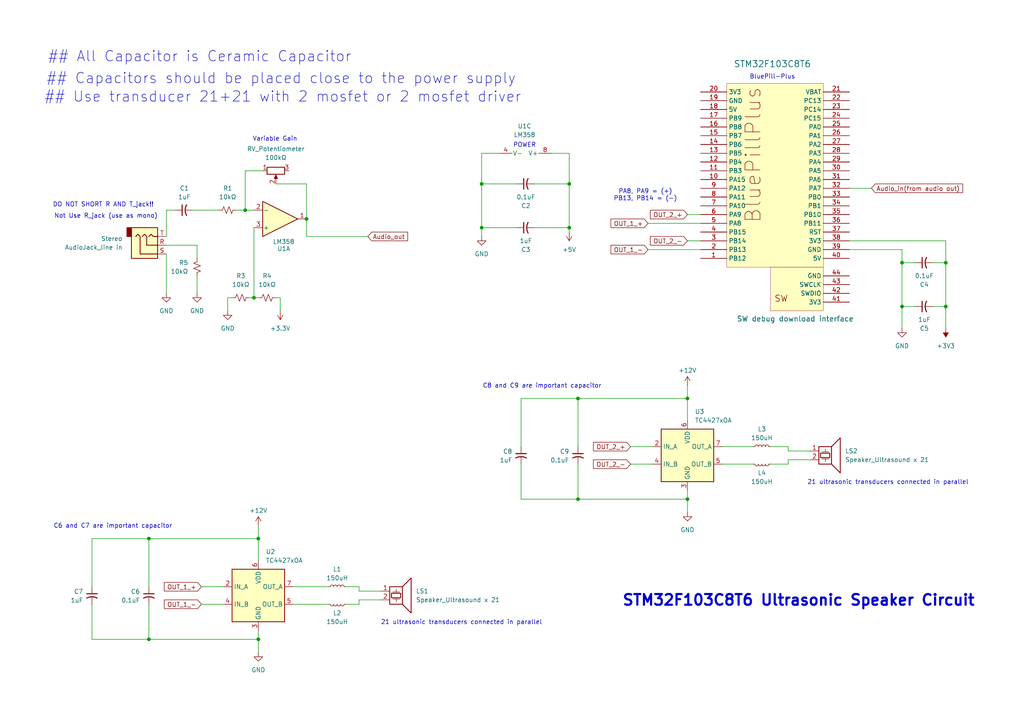
<source format=kicad_sch>
(kicad_sch (version 20250114) (generator "eeschema") (generator_version "9.0")
  (paper "A4")
  (title_block (title "STM32F103C8T6 Ultrasonic Speaker Circuit") (date "2025-07-09") (rev "6.0"))
  (lib_symbols
    (symbol "Amplifier_Operational:LM358" (pin_names (offset 0.127))
      (property "Reference" "U" (at 0 5.08 0))
      (property "Value" "LM358" (at 0 -5.08 0))
      (symbol "LM358_1_1"
        (polyline (pts (xy -5.08 5.08) (xy 5.08 0) (xy -5.08 -5.08) (xy -5.08 5.08)) (stroke (width 0.254)) (fill (type background)))
        (pin input line (at -7.62 2.54 0) (length 2.54) (name "+") (number "3"))
        (pin input line (at -7.62 -2.54 0) (length 2.54) (name "-") (number "2"))
        (pin output line (at 7.62 0 180) (length 2.54) (name "~") (number "1"))
      )
      (symbol "LM358_2_1"
        (polyline (pts (xy -5.08 5.08) (xy 5.08 0) (xy -5.08 -5.08) (xy -5.08 5.08)) (stroke (width 0.254)) (fill (type background)))
        (pin input line (at -7.62 2.54 0) (length 2.54) (name "+") (number "5"))
        (pin input line (at -7.62 -2.54 0) (length 2.54) (name "-") (number "6"))
        (pin output line (at 7.62 0 180) (length 2.54) (name "~") (number "7"))
      )
      (symbol "LM358_3_1"
        (pin power_in line (at -2.54 7.62 270) (length 3.81) (name "V+") (number "8"))
        (pin power_in line (at -2.54 -7.62 90) (length 3.81) (name "V-") (number "4"))
      )
    )
    (symbol "BluePill-Plus:BluePillPlus"
      (property "Value" "U?" (at -1.27 -3.81 0))
      (symbol "BluePillPlus_1_0"
        (rectangle (start 17.78 25.4) (end -10.16 -27.94) (stroke (width 0.0254) (color 128 0 0 1)) (fill (type background)))
        (text "BluePillPlus" (at 0 12.7 900) (effects (font (size 4.3688 4.3688)) (justify right bottom)))
        (pin passive line (at -17.78 22.86 0) (length 7.62) (name "PB12") (number "1"))
        (pin passive line (at -17.78 20.32 0) (length 7.62) (name "PB13") (number "2"))
        (pin passive line (at -17.78 17.78 0) (length 7.62) (name "PB14") (number "3"))
        (pin passive line (at -17.78 15.24 0) (length 7.62) (name "PB15") (number "4"))
        (pin passive line (at -17.78 12.7 0) (length 7.62) (name "PA8") (number "5"))
        (pin passive line (at -17.78 10.16 0) (length 7.62) (name "PA9") (number "6"))
        (pin passive line (at -17.78 7.62 0) (length 7.62) (name "PA10") (number "7"))
        (pin passive line (at -17.78 5.08 0) (length 7.62) (name "PA11") (number "8"))
        (pin passive line (at -17.78 2.54 0) (length 7.62) (name "PA12") (number "9"))
        (pin passive line (at -17.78 0 0) (length 7.62) (name "PA15") (number "10"))
        (pin passive line (at -17.78 -2.54 0) (length 7.62) (name "PB3") (number "11"))
        (pin passive line (at -17.78 -5.08 0) (length 7.62) (name "PB4") (number "12"))
        (pin passive line (at -17.78 -7.62 0) (length 7.62) (name "PB5") (number "13"))
        (pin passive line (at -17.78 -10.16 0) (length 7.62) (name "PB6") (number "14"))
        (pin passive line (at -17.78 -12.7 0) (length 7.62) (name "PB7") (number "15"))
        (pin passive line (at -17.78 -15.24 0) (length 7.62) (name "PB8") (number "16"))
        (pin passive line (at -17.78 -17.78 0) (length 7.62) (name "PB9") (number "17"))
        (pin passive line (at -17.78 -20.32 0) (length 7.62) (name "5V") (number "18"))
        (pin passive line (at -17.78 -22.86 0) (length 7.62) (name "GND") (number "19"))
        (pin passive line (at -17.78 -25.4 0) (length 7.62) (name "3V3") (number "20"))
        (pin passive line (at 25.4 22.86 180) (length 7.62) (name "5V") (number "40"))
        (pin passive line (at 25.4 20.32 180) (length 7.62) (name "GND") (number "39"))
        (pin passive line (at 25.4 17.78 180) (length 7.62) (name "3V3") (number "38"))
        (pin passive line (at 25.4 15.24 180) (length 7.62) (name "RST") (number "37"))
        (pin passive line (at 25.4 12.7 180) (length 7.62) (name "PB11") (number "36"))
        (pin passive line (at 25.4 10.16 180) (length 7.62) (name "PB10") (number "35"))
        (pin passive line (at 25.4 7.62 180) (length 7.62) (name "PB1") (number "34"))
        (pin passive line (at 25.4 5.08 180) (length 7.62) (name "PB0") (number "33"))
        (pin passive line (at 25.4 2.54 180) (length 7.62) (name "PA7") (number "32"))
        (pin passive line (at 25.4 0 180) (length 7.62) (name "PA6") (number "31"))
        (pin passive line (at 25.4 -2.54 180) (length 7.62) (name "PA5") (number "30"))
        (pin passive line (at 25.4 -5.08 180) (length 7.62) (name "PA4") (number "29"))
        (pin passive line (at 25.4 -7.62 180) (length 7.62) (name "PA3") (number "28"))
        (pin passive line (at 25.4 -10.16 180) (length 7.62) (name "PA2") (number "27"))
        (pin passive line (at 25.4 -12.7 180) (length 7.62) (name "PA1") (number "26"))
        (pin passive line (at 25.4 -15.24 180) (length 7.62) (name "PA0") (number "25"))
        (pin passive line (at 25.4 -17.78 180) (length 7.62) (name "PC15") (number "24"))
        (pin passive line (at 25.4 -20.32 180) (length 7.62) (name "PC14") (number "23"))
        (pin passive line (at 25.4 -22.86 180) (length 7.62) (name "PC13") (number "22"))
        (pin passive line (at 25.4 -25.4 180) (length 7.62) (name "VBAT") (number "21"))
      )
      (symbol "BluePillPlus_2_0"
        (rectangle (start 10.16 5.08) (end -5.08 -7.62) (stroke (width 0.0254) (color 128 0 0 1)) (fill (type background)))
        (text "SW" (at 5.08 -5.08 0) (effects (font (size 1.8288 1.8288)) (justify left bottom)))
        (pin passive line (at -12.7 2.54 0) (length 7.62) (name "GND") (number "44"))
        (pin passive line (at -12.7 0 0) (length 7.62) (name "SWCLK") (number "43"))
        (pin passive line (at -12.7 -2.54 0) (length 7.62) (name "SWDIO") (number "42"))
        (pin passive line (at -12.7 -5.08 0) (length 7.62) (name "3V3") (number "41"))
      )
    )
    (symbol "Connector_Audio:AudioJack3"
      (property "Reference" "J" (at 0 8.89 0))
      (property "Value" "AudioJack3" (at 0 6.35 0))
      (symbol "AudioJack3_0_1"
        (rectangle (start -5.08 -5.08) (end -6.35 -2.54) (stroke (width 0.254)) (fill (type outline)))
        (polyline (pts (xy -1.905 -2.54) (xy -1.27 -3.175) (xy -0.635 -2.54) (xy -0.635 0) (xy 2.54 0)) (stroke (width 0.254)))
        (polyline (pts (xy 0 -2.54) (xy 0.635 -3.175) (xy 1.27 -2.54) (xy 2.54 -2.54)) (stroke (width 0.254)))
        (rectangle (start 2.54 3.81) (end -5.08 -5.08) (stroke (width 0.254)) (fill (type background)))
        (polyline (pts (xy 2.54 2.54) (xy -2.54 2.54) (xy -2.54 -2.54) (xy -3.175 -3.175) (xy -3.81 -2.54)) (stroke (width 0.254)))
      )
      (symbol "AudioJack3_1_1"
        (pin passive line (at 5.08 2.54 180) (length 2.54) (name "~") (number "S"))
        (pin passive line (at 5.08 0 180) (length 2.54) (name "~") (number "R"))
        (pin passive line (at 5.08 -2.54 180) (length 2.54) (name "~") (number "T"))
      )
    )
    (symbol "Device:C_Small_US" (pin_numbers (hide yes)) (pin_names (offset 0.254) (hide yes))
      (property "Reference" "C" (at 0.254 1.778 0))
      (property "Value" "C_Small_US" (at 0.254 -2.032 0))
      (symbol "C_Small_US_0_1"
        (polyline (pts (xy -1.524 0.508) (xy 1.524 0.508)) (stroke (width 0.3048)))
        (arc (start -1.524 -0.762) (mid 0 -0.3734) (end 1.524 -0.762) (stroke (width 0.3048)))
      )
      (symbol "C_Small_US_1_1"
        (pin passive line (at 0 2.54 270) (length 2.032) (name "~") (number "1"))
        (pin passive line (at 0 -2.54 90) (length 2.032) (name "~") (number "2"))
      )
    )
    (symbol "Device:L_Small" (pin_numbers (hide yes)) (pin_names (offset 0.254) (hide yes))
      (property "Reference" "L" (at 0.762 1.016 0))
      (property "Value" "L_Small" (at 0.762 -1.016 0))
      (symbol "L_Small_0_1"
        (arc (start 0 2.032) (mid 0.5058 1.524) (end 0 1.016))
        (arc (start 0 1.016) (mid 0.5058 0.508) (end 0 0))
        (arc (start 0 0) (mid 0.5058 -0.508) (end 0 -1.016))
        (arc (start 0 -1.016) (mid 0.5058 -1.524) (end 0 -2.032))
      )
      (symbol "L_Small_1_1"
        (pin passive line (at 0 2.54 270) (length 0.508) (name "~") (number "1"))
        (pin passive line (at 0 -2.54 90) (length 0.508) (name "~") (number "2"))
      )
    )
    (symbol "Device:R_Potentiometer" (pin_names (offset 1.016) (hide yes))
      (property "Reference" "RV" (at -4.445 0 90))
      (property "Value" "R_Potentiometer" (at -2.54 0 90))
      (symbol "R_Potentiometer_0_1"
        (rectangle (start 1.016 2.54) (end -1.016 -2.54) (stroke (width 0.254)))
        (polyline (pts (xy 1.143 0) (xy 2.286 0.508) (xy 2.286 -0.508) (xy 1.143 0)) (fill (type outline)))
        (polyline (pts (xy 2.54 0) (xy 1.524 0)))
      )
      (symbol "R_Potentiometer_1_1"
        (pin passive line (at 0 3.81 270) (length 1.27) (name "1") (number "1"))
        (pin passive line (at 0 -3.81 90) (length 1.27) (name "3") (number "3"))
        (pin passive line (at 3.81 0 180) (length 1.27) (name "2") (number "2"))
      )
    )
    (symbol "Device:R_Small_US" (pin_numbers (hide yes)) (pin_names (offset 0.254) (hide yes))
      (property "Reference" "R" (at 0.762 0.508 0))
      (property "Value" "R_Small_US" (at 0.762 -1.016 0))
      (symbol "R_Small_US_1_1"
        (polyline (pts (xy 0 1.524) (xy 1.016 1.143) (xy 0 0.762) (xy -1.016 0.381) (xy 0 0)))
        (polyline (pts (xy 0 0) (xy 1.016 -0.381) (xy 0 -0.762) (xy -1.016 -1.143) (xy 0 -1.524)))
        (pin passive line (at 0 2.54 270) (length 1.016) (name "~") (number "1"))
        (pin passive line (at 0 -2.54 90) (length 1.016) (name "~") (number "2"))
      )
    )
    (symbol "Device:Speaker_Ultrasound" (pin_names (offset 0) (hide yes))
      (property "Reference" "LS" (at 0.635 5.715 0))
      (property "Value" "Speaker_Ultrasound" (at 0.635 3.81 0))
      (symbol "Speaker_Ultrasound_0_0"
        (rectangle (start -2.54 1.27) (end 1.143 -3.81) (stroke (width 0.254)))
        (rectangle (start -2.032 -0.635) (end 0.635 -1.905) (stroke (width 0.254)))
        (polyline (pts (xy -1.651 -0.254) (xy 0.381 -0.254)))
        (polyline (pts (xy -1.651 -2.286) (xy 0.381 -2.286)))
        (polyline (pts (xy -0.635 -0.254) (xy -0.635 0.508)))
        (polyline (pts (xy -0.635 -2.286) (xy -0.635 -3.048)))
        (polyline (pts (xy 1.143 1.27) (xy 3.683 3.81) (xy 3.683 -6.35) (xy 1.143 -3.81)) (stroke (width 0.254)))
      )
      (symbol "Speaker_Ultrasound_1_1"
        (pin input line (at -5.08 0 0) (length 2.54) (name "1") (number "1"))
        (pin input line (at -5.08 -2.54 0) (length 2.54) (name "2") (number "2"))
      )
    )
    (symbol "Driver_FET:TC4427xOA"
      (property "Reference" "U" (at -7.62 8.89 0))
      (property "Value" "TC4427xOA" (at 1.27 8.89 0))
      (symbol "TC4427xOA_0_1"
        (rectangle (start -7.62 -7.62) (end 7.62 7.62) (stroke (width 0.254)) (fill (type background)))
      )
      (symbol "TC4427xOA_1_1"
        (pin input line (at -10.16 2.54 0) (length 2.54) (name "IN_A") (number "2"))
        (pin input line (at -10.16 -2.54 0) (length 2.54) (name "IN_B") (number "4"))
        (pin no_connect line (at -7.62 0 0) (length 2.54) (hide yes) (name "NC") (number "1"))
        (pin power_in line (at 0 10.16 270) (length 2.54) (name "VDD") (number "6"))
        (pin power_in line (at 0 -10.16 90) (length 2.54) (name "GND") (number "3"))
        (pin no_connect line (at 7.62 0 180) (length 2.54) (hide yes) (name "NC") (number "8"))
        (pin output line (at 10.16 2.54 180) (length 2.54) (name "OUT_A") (number "7"))
        (pin output line (at 10.16 -2.54 180) (length 2.54) (name "OUT_B") (number "5"))
      )
    )
    (symbol "power:+12V" (power) (pin_numbers (hide yes)) (pin_names (offset 0) (hide yes))
      (property "Value" "+12V" (at 0 3.556 0))
      (symbol "+12V_0_1"
        (polyline (pts (xy -0.762 1.27) (xy 0 2.54)))
        (polyline (pts (xy 0 2.54) (xy 0.762 1.27)))
        (polyline (pts (xy 0 0) (xy 0 2.54)))
      )
      (symbol "+12V_1_1"
        (pin power_in line (at 0 0 90) (length 0) (name "~") (number "1"))
      )
    )
    (symbol "power:+3.3V" (power) (pin_numbers (hide yes)) (pin_names (offset 0) (hide yes))
      (property "Value" "+3.3V" (at 0 3.556 0))
      (symbol "+3.3V_0_1"
        (polyline (pts (xy -0.762 1.27) (xy 0 2.54)))
        (polyline (pts (xy 0 2.54) (xy 0.762 1.27)))
        (polyline (pts (xy 0 0) (xy 0 2.54)))
      )
      (symbol "+3.3V_1_1"
        (pin power_in line (at 0 0 90) (length 0) (name "~") (number "1"))
      )
    )
    (symbol "power:+5V" (power) (pin_numbers (hide yes)) (pin_names (offset 0) (hide yes))
      (property "Value" "+5V" (at 0 3.556 0))
      (symbol "+5V_0_1"
        (polyline (pts (xy -0.762 1.27) (xy 0 2.54)))
        (polyline (pts (xy 0 2.54) (xy 0.762 1.27)))
        (polyline (pts (xy 0 0) (xy 0 2.54)))
      )
      (symbol "+5V_1_1"
        (pin power_in line (at 0 0 90) (length 0) (name "~") (number "1"))
      )
    )
    (symbol "power:-3V3" (power) (pin_numbers (hide yes)) (pin_names (offset 0) (hide yes))
      (property "Value" "-3V3" (at 0 3.556 0))
      (symbol "-3V3_0_0"
        (pin power_in line (at 0 0 90) (length 0) (name "~") (number "1"))
      )
      (symbol "-3V3_0_1"
        (polyline (pts (xy 0 0) (xy 0 1.27) (xy 0.762 1.27) (xy 0 2.54) (xy -0.762 1.27) (xy 0 1.27)) (fill (type outline)))
      )
    )
    (symbol "power:GND" (power) (pin_numbers (hide yes)) (pin_names (offset 0) (hide yes))
      (property "Value" "GND" (at 0 -3.81 0))
      (symbol "GND_0_1"
        (polyline (pts (xy 0 0) (xy 0 -1.27) (xy 1.27 -1.27) (xy 0 -2.54) (xy -1.27 -1.27) (xy 0 -1.27)))
      )
      (symbol "GND_1_1"
        (pin power_in line (at 0 0 270) (length 0) (name "~") (number "1"))
      )
    )
  )
  (text "DO NOT SHORT R AND T_jack!!\n" (at 29.972 59.436 0) (effects (font (size 1.27 1.27))))
  (text "## All Capacitor is Ceramic Capacitor" (at 57.912 16.51 0) (effects (font (size 3 3))))
  (text "21 ultrasonic transducers connected in parallel" (at 133.858 180.594 0) (effects (font (size 1.27 1.27))))
  (text "## Capacitors should be placed close to the power supply" (at 81.534 22.86 0) (effects (font (size 3 3))))
  (text "BluePill-Plus" (at 224.028 22.352 0) (effects (font (size 1.27 1.27))))
  (text "STM32F103C8T6 Ultrasonic Speaker Circuit" (at 231.648 174.244 0) (effects (font (size 3.1 3.1) (thickness 0.62) (bold yes))))
  (text "## Use transducer 21+21 with 2 mosfet or 2 mosfet driver" (at 82.042 28.194 0) (effects (font (size 3 3))))
  (text "21 ultrasonic transducers connected in parallel" (at 257.556 139.954 0) (effects (font (size 1.27 1.27))))
  (text "Variable Gain" (at 79.756 40.386 0) (effects (font (size 1.27 1.27))))
  (text "C8 and C9 are important capacitor" (at 157.226 112.014 0) (effects (font (size 1.27 1.27))))
  (text "C6 and C7 are important capacitor" (at 32.766 152.654 0) (effects (font (size 1.27 1.27))))
  (text "POWER" (at 152.146 42.164 0) (effects (font (size 1.27 1.27))))
  (text "Not Use R_jack (use as mono)" (at 30.734 62.738 0) (effects (font (size 1.27 1.27))))
  (text "PA8, PA9 = (+)\nPB13, PB14 = (-)" (at 187.198 56.642 0) (effects (font (size 1.27 1.27))))
  (junction (at 199.39 144.78))
  (junction (at 139.7 66.04))
  (junction (at 43.18 156.21))
  (junction (at 261.62 88.9))
  (junction (at 71.12 60.96))
  (junction (at 274.32 88.9))
  (junction (at 73.66 86.36))
  (junction (at 261.62 76.2))
  (junction (at 74.93 156.21))
  (junction (at 88.9 63.5))
  (junction (at 165.1 53.34))
  (junction (at 43.18 185.42))
  (junction (at 199.39 115.57))
  (junction (at 139.7 53.34))
  (junction (at 167.64 144.78))
  (junction (at 74.93 185.42))
  (junction (at 167.64 115.57))
  (junction (at 274.32 76.2))
  (junction (at 165.1 66.04))
  (wire (pts (xy 81.28 86.36) (xy 81.28 90.17)))
  (wire (pts (xy 43.18 185.42) (xy 74.93 185.42)))
  (wire (pts (xy 74.93 185.42) (xy 74.93 189.23)))
  (wire (pts (xy 261.62 76.2) (xy 265.43 76.2)))
  (wire (pts (xy 85.09 175.26) (xy 95.25 175.26)))
  (wire (pts (xy 228.6 133.35) (xy 234.95 133.35)))
  (wire (pts (xy 139.7 66.04) (xy 139.7 68.58)))
  (wire (pts (xy 104.14 175.26) (xy 104.14 173.99)))
  (wire (pts (xy 139.7 53.34) (xy 149.86 53.34)))
  (wire (pts (xy 100.33 170.18) (xy 104.14 170.18)))
  (wire (pts (xy 228.6 130.81) (xy 234.95 130.81)))
  (wire (pts (xy 74.93 182.88) (xy 74.93 185.42)))
  (wire (pts (xy 26.67 175.26) (xy 26.67 185.42)))
  (wire (pts (xy 167.64 134.62) (xy 167.64 144.78)))
  (wire (pts (xy 67.31 86.36) (xy 66.04 86.36)))
  (wire (pts (xy 199.39 69.85) (xy 203.2 69.85)))
  (wire (pts (xy 73.66 86.36) (xy 74.93 86.36)))
  (wire (pts (xy 55.88 60.96) (xy 63.5 60.96)))
  (wire (pts (xy 71.12 60.96) (xy 73.66 60.96)))
  (wire (pts (xy 76.2 49.53) (xy 71.12 49.53)))
  (wire (pts (xy 57.15 71.12) (xy 57.15 74.93)))
  (wire (pts (xy 43.18 156.21) (xy 43.18 170.18)))
  (wire (pts (xy 261.62 76.2) (xy 261.62 88.9)))
  (wire (pts (xy 165.1 44.45) (xy 165.1 53.34)))
  (wire (pts (xy 88.9 53.34) (xy 88.9 63.5)))
  (wire (pts (xy 58.42 170.18) (xy 64.77 170.18)))
  (wire (pts (xy 182.88 129.54) (xy 189.23 129.54)))
  (wire (pts (xy 167.64 115.57) (xy 199.39 115.57)))
  (wire (pts (xy 199.39 115.57) (xy 199.39 121.92)))
  (wire (pts (xy 151.13 115.57) (xy 151.13 129.54)))
  (wire (pts (xy 274.32 88.9) (xy 274.32 95.25)))
  (wire (pts (xy 58.42 175.26) (xy 64.77 175.26)))
  (wire (pts (xy 66.04 86.36) (xy 66.04 90.17)))
  (wire (pts (xy 270.51 88.9) (xy 274.32 88.9)))
  (wire (pts (xy 154.94 66.04) (xy 165.1 66.04)))
  (wire (pts (xy 261.62 88.9) (xy 261.62 95.25)))
  (wire (pts (xy 73.66 66.04) (xy 73.66 86.36)))
  (wire (pts (xy 223.52 129.54) (xy 228.6 129.54)))
  (wire (pts (xy 48.26 60.96) (xy 48.26 68.58)))
  (wire (pts (xy 68.58 60.96) (xy 71.12 60.96)))
  (wire (pts (xy 154.94 53.34) (xy 165.1 53.34)))
  (wire (pts (xy 139.7 53.34) (xy 139.7 66.04)))
  (wire (pts (xy 57.15 80.01) (xy 57.15 85.09)))
  (wire (pts (xy 85.09 170.18) (xy 95.25 170.18)))
  (wire (pts (xy 165.1 53.34) (xy 165.1 66.04)))
  (wire (pts (xy 139.7 44.45) (xy 139.7 53.34)))
  (wire (pts (xy 48.26 73.66) (xy 48.26 85.09)))
  (wire (pts (xy 139.7 66.04) (xy 149.86 66.04)))
  (wire (pts (xy 274.32 76.2) (xy 274.32 88.9)))
  (wire (pts (xy 71.12 49.53) (xy 71.12 60.96)))
  (wire (pts (xy 104.14 170.18) (xy 104.14 171.45)))
  (wire (pts (xy 88.9 68.58) (xy 106.68 68.58)))
  (wire (pts (xy 80.01 53.34) (xy 88.9 53.34)))
  (wire (pts (xy 88.9 63.5) (xy 88.9 68.58)))
  (wire (pts (xy 74.93 152.4) (xy 74.93 156.21)))
  (wire (pts (xy 74.93 156.21) (xy 74.93 162.56)))
  (wire (pts (xy 187.96 72.39) (xy 203.2 72.39)))
  (wire (pts (xy 43.18 156.21) (xy 74.93 156.21)))
  (wire (pts (xy 48.26 71.12) (xy 57.15 71.12)))
  (wire (pts (xy 199.39 144.78) (xy 199.39 148.59)))
  (wire (pts (xy 151.13 144.78) (xy 167.64 144.78)))
  (wire (pts (xy 165.1 66.04) (xy 165.1 67.31)))
  (wire (pts (xy 26.67 185.42) (xy 43.18 185.42)))
  (wire (pts (xy 151.13 115.57) (xy 167.64 115.57)))
  (wire (pts (xy 26.67 156.21) (xy 43.18 156.21)))
  (wire (pts (xy 246.38 72.39) (xy 261.62 72.39)))
  (wire (pts (xy 246.38 69.85) (xy 274.32 69.85)))
  (wire (pts (xy 274.32 69.85) (xy 274.32 76.2)))
  (wire (pts (xy 151.13 134.62) (xy 151.13 144.78)))
  (wire (pts (xy 182.88 134.62) (xy 189.23 134.62)))
  (wire (pts (xy 165.1 44.45) (xy 160.02 44.45)))
  (wire (pts (xy 261.62 72.39) (xy 261.62 76.2)))
  (wire (pts (xy 26.67 156.21) (xy 26.67 170.18)))
  (wire (pts (xy 104.14 173.99) (xy 110.49 173.99)))
  (wire (pts (xy 72.39 86.36) (xy 73.66 86.36)))
  (wire (pts (xy 167.64 115.57) (xy 167.64 129.54)))
  (wire (pts (xy 246.38 54.61) (xy 252.73 54.61)))
  (wire (pts (xy 139.7 44.45) (xy 144.78 44.45)))
  (wire (pts (xy 48.26 60.96) (xy 50.8 60.96)))
  (wire (pts (xy 187.96 64.77) (xy 203.2 64.77)))
  (wire (pts (xy 43.18 175.26) (xy 43.18 185.42)))
  (wire (pts (xy 167.64 144.78) (xy 199.39 144.78)))
  (wire (pts (xy 228.6 129.54) (xy 228.6 130.81)))
  (wire (pts (xy 228.6 133.35) (xy 228.6 134.62)))
  (wire (pts (xy 80.01 86.36) (xy 81.28 86.36)))
  (wire (pts (xy 209.55 134.62) (xy 218.44 134.62)))
  (wire (pts (xy 100.33 175.26) (xy 104.14 175.26)))
  (wire (pts (xy 104.14 171.45) (xy 110.49 171.45)))
  (wire (pts (xy 270.51 76.2) (xy 274.32 76.2)))
  (wire (pts (xy 199.39 62.23) (xy 203.2 62.23)))
  (wire (pts (xy 261.62 88.9) (xy 265.43 88.9)))
  (wire (pts (xy 199.39 142.24) (xy 199.39 144.78)))
  (wire (pts (xy 209.55 129.54) (xy 218.44 129.54)))
  (wire (pts (xy 228.6 134.62) (xy 223.52 134.62)))
  (wire (pts (xy 199.39 111.76) (xy 199.39 115.57)))
  (global_label "OUT_2_+" (shape input) (at 199.39 62.23 180) (property "Intersheetrefs" "${INTERSHEET_REFS}" (effects (hide yes))))
  (global_label "Audio_out" (shape input) (at 106.68 68.58 0) (property "Intersheetrefs" "${INTERSHEET_REFS}" (effects (hide yes))))
  (global_label "OUT_1_+" (shape input) (at 187.96 64.77 180) (property "Intersheetrefs" "${INTERSHEET_REFS}" (effects (hide yes))))
  (global_label "OUT_2_+" (shape input) (at 182.88 129.54 180) (property "Intersheetrefs" "${INTERSHEET_REFS}" (effects (hide yes))))
  (global_label "OUT_2_-" (shape input) (at 182.88 134.62 180) (property "Intersheetrefs" "${INTERSHEET_REFS}" (effects (hide yes))))
  (global_label "OUT_1_-" (shape input) (at 58.42 175.26 180) (property "Intersheetrefs" "${INTERSHEET_REFS}" (effects (hide yes))))
  (global_label "OUT_1_+" (shape input) (at 58.42 170.18 180) (property "Intersheetrefs" "${INTERSHEET_REFS}" (effects (hide yes))))
  (global_label "OUT_2_-" (shape input) (at 199.39 69.85 180) (property "Intersheetrefs" "${INTERSHEET_REFS}" (effects (hide yes))))
  (global_label "Audio_in(from audio out)" (shape input) (at 252.73 54.61 0) (property "Intersheetrefs" "${INTERSHEET_REFS}" (effects (hide yes))))
  (global_label "OUT_1_-" (shape input) (at 187.96 72.39 180) (property "Intersheetrefs" "${INTERSHEET_REFS}" (effects (hide yes))))
  (symbol (lib_id "Device:C_Small_US") (at 267.97 76.2 90) (mirror x) (unit 1)
    (property "Reference" "C4" (at 268.097 82.55 90))
    (property "Value" "0.1uF" (at 268.097 80.01 90))
    (property "Description" "capacitor, small US symbol" (effects (hide yes)))
  )
  (symbol (lib_id "Device:R_Small_US") (at 66.04 60.96 90) (unit 1)
    (property "Reference" "R1" (at 66.04 54.61 90))
    (property "Value" "10kΩ" (at 66.04 57.15 90))
    (property "Description" "Resistor, small US symbol" (effects (hide yes)))
  )
  (symbol (lib_id "Device:C_Small_US") (at 167.64 132.08 0) (mirror y) (unit 1)
    (property "Reference" "C9" (at 165.1 130.9369 0) (effects (justify left)))
    (property "Value" "0.1uF" (at 165.1 133.4769 0) (effects (justify left)))
    (property "Description" "capacitor, small US symbol" (effects (hide yes)))
  )
  (symbol (lib_id "BluePill-Plus:BluePillPlus") (at 220.98 52.07 0) (mirror x) (unit 1)
    (property "Reference" "BluePill-Plus" (effects (hide yes)))
    (property "Value" "STM32F103C8T6" (at 224.028 18.542 0) (effects (font (size 1.8288 1.8288))))
    (property "Footprint" "BluePillPlus:BluePillPlus" (effects (hide yes)))
    (property "Description" "BluePillPlus" (effects (hide yes)))
    (property "ComponentLink1Description" "WeAct Studio" (effects (hide yes)))
    (property "ComponentLink1URL" "WeAct-TC.cn" (effects (hide yes)))
    (property "ComponentLink2Description" "BluePillPlus Github" (effects (hide yes)))
    (property "ComponentLink2URL" "https://github.com/WeActTC/BluePill-Plus" (effects (hide yes)))
    (property "ComponentLink3Description" "BluePillPlus Gitee" (effects (hide yes)))
    (property "ComponentLink3URL" "https://gitee.com/WeAct-TC/BluePill-Plus" (effects (hide yes)))
  )
  (symbol (lib_id "power:+12V") (at 74.93 152.4 0) (mirror y) (unit 1)
    (property "Reference" "#PWR08" (effects (hide yes)))
    (property "Value" "+12V" (at 74.93 148.082 0))
    (property "Description" "Power symbol creates a global label with name \"+12V\"" (effects (hide yes)))
  )
  (symbol (lib_id "power:GND") (at 48.26 85.09 0) (unit 1)
    (property "Reference" "#PWR02" (effects (hide yes)))
    (property "Value" "GND" (at 48.26 90.17 0))
    (property "Description" "Power symbol creates a global label with name \"GND\" , ground" (effects (hide yes)))
  )
  (symbol (lib_id "Device:C_Small_US") (at 151.13 132.08 0) (mirror y) (unit 1)
    (property "Reference" "C8" (at 148.59 130.9369 0) (effects (justify left)))
    (property "Value" "1uF" (at 148.59 133.4769 0) (effects (justify left)))
    (property "Description" "capacitor, small US symbol" (effects (hide yes)))
  )
  (symbol (lib_id "Device:C_Small_US") (at 43.18 172.72 0) (mirror y) (unit 1)
    (property "Reference" "C6" (at 40.64 171.5769 0) (effects (justify left)))
    (property "Value" "0.1uF" (at 40.64 174.1169 0) (effects (justify left)))
    (property "Description" "capacitor, small US symbol" (effects (hide yes)))
  )
  (symbol (lib_id "Amplifier_Operational:LM358") (at 81.28 63.5 0) (mirror x) (unit 1)
    (property "Reference" "U1" (at 82.296 72.136 0))
    (property "Value" "LM358" (at 82.296 70.104 0))
    (property "Datasheet" "http://www.ti.com/lit/ds/symlink/lm2904-n.pdf" (effects (hide yes)))
    (property "Description" "Low-Power, Dual Operational Amplifiers, DIP-8/SOIC-8/TO-99-8" (effects (hide yes)))
  )
  (symbol (lib_id "Amplifier_Operational:LM358") (at 152.4 46.99 270) (unit 3)
    (property "Reference" "U1" (at 152.146 36.576 90))
    (property "Value" "LM358" (at 152.146 39.116 90))
    (property "Datasheet" "http://www.ti.com/lit/ds/symlink/lm2904-n.pdf" (effects (hide yes)))
    (property "Description" "Low-Power, Dual Operational Amplifiers, DIP-8/SOIC-8/TO-99-8" (effects (hide yes)))
  )
  (symbol (lib_id "Device:Speaker_Ultrasound") (at 240.03 130.81 0) (unit 1)
    (property "Reference" "LS2" (at 245.11 130.8099 0) (effects (justify left)))
    (property "Value" "Speaker_Ultrasound x 21" (at 245.11 133.3499 0) (effects (justify left)))
    (property "Description" "Ultrasonic transducer" (effects (hide yes)))
  )
  (symbol (lib_id "power:GND") (at 74.93 189.23 0) (unit 1)
    (property "Reference" "#PWR09" (effects (hide yes)))
    (property "Value" "GND" (at 74.93 194.31 0))
    (property "Description" "Power symbol creates a global label with name \"GND\" , ground" (effects (hide yes)))
  )
  (symbol (lib_id "Device:C_Small_US") (at 53.34 60.96 90) (unit 1)
    (property "Reference" "C1" (at 53.467 54.61 90))
    (property "Value" "1uF" (at 53.467 57.15 90))
    (property "Description" "capacitor, small US symbol" (effects (hide yes)))
  )
  (symbol (lib_id "Device:R_Potentiometer") (at 80.01 49.53 90) (mirror x) (unit 1)
    (property "Reference" "RV_Potentiometer" (at 80.01 43.18 90))
    (property "Value" "100kΩ" (at 80.01 45.72 90))
    (property "Description" "Potentiometer" (effects (hide yes)))
  )
  (symbol (lib_id "power:+5V") (at 165.1 67.31 0) (mirror x) (unit 1)
    (property "Reference" "#PWR011" (effects (hide yes)))
    (property "Value" "+5V" (at 165.1 72.39 0))
    (property "Description" "Power symbol creates a global label with name \"+5V\"" (effects (hide yes)))
  )
  (symbol (lib_id "power:GND") (at 261.62 95.25 0) (unit 1)
    (property "Reference" "#PWR07" (effects (hide yes)))
    (property "Value" "GND" (at 261.62 100.33 0))
    (property "Description" "Power symbol creates a global label with name \"GND\" , ground" (effects (hide yes)))
  )
  (symbol (lib_id "Device:R_Small_US") (at 69.85 86.36 90) (unit 1)
    (property "Reference" "R3" (at 69.85 80.01 90))
    (property "Value" "10kΩ" (at 69.85 82.55 90))
    (property "Description" "Resistor, small US symbol" (effects (hide yes)))
  )
  (symbol (lib_id "Device:Speaker_Ultrasound") (at 115.57 171.45 0) (unit 1)
    (property "Reference" "LS1" (at 120.65 171.4499 0) (effects (justify left)))
    (property "Value" "Speaker_Ultrasound x 21" (at 120.65 173.9899 0) (effects (justify left)))
    (property "Description" "Ultrasonic transducer" (effects (hide yes)))
  )
  (symbol (lib_id "Device:L_Small") (at 97.79 175.26 90) (mirror x) (unit 1)
    (property "Reference" "150uH" (at 97.79 180.34 90))
    (property "Value" "L2" (at 97.79 177.8 90))
    (property "Description" "Inductor, small symbol" (effects (hide yes)))
  )
  (symbol (lib_id "Device:R_Small_US") (at 77.47 86.36 90) (unit 1)
    (property "Reference" "R4" (at 77.47 80.01 90))
    (property "Value" "10kΩ" (at 77.47 82.55 90))
    (property "Description" "Resistor, small US symbol" (effects (hide yes)))
  )
  (symbol (lib_id "power:GND") (at 57.15 85.09 0) (unit 1)
    (property "Reference" "#PWR03" (effects (hide yes)))
    (property "Value" "GND" (at 57.15 90.17 0))
    (property "Description" "Power symbol creates a global label with name \"GND\" , ground" (effects (hide yes)))
  )
  (symbol (lib_id "Device:C_Small_US") (at 26.67 172.72 0) (mirror y) (unit 1)
    (property "Reference" "C7" (at 24.13 171.5769 0) (effects (justify left)))
    (property "Value" "1uF" (at 24.13 174.1169 0) (effects (justify left)))
    (property "Description" "capacitor, small US symbol" (effects (hide yes)))
  )
  (symbol (lib_id "Device:R_Small_US") (at 57.15 77.47 0) (mirror y) (unit 1)
    (property "Reference" "R5" (at 54.61 76.1999 0) (effects (justify left)))
    (property "Value" "10kΩ" (at 54.61 78.7399 0) (effects (justify left)))
    (property "Description" "Resistor, small US symbol" (effects (hide yes)))
  )
  (symbol (lib_id "Device:C_Small_US") (at 152.4 53.34 90) (mirror x) (unit 1)
    (property "Reference" "C2" (at 152.527 59.69 90))
    (property "Value" "0.1uF" (at 152.527 57.15 90))
    (property "Description" "capacitor, small US symbol" (effects (hide yes)))
  )
  (symbol (lib_id "power:GND") (at 139.7 68.58 0) (unit 1)
    (property "Reference" "#PWR012" (effects (hide yes)))
    (property "Value" "GND" (at 139.7 73.66 0))
    (property "Description" "Power symbol creates a global label with name \"GND\" , ground" (effects (hide yes)))
  )
  (symbol (lib_id "power:+3.3V") (at 81.28 90.17 0) (mirror x) (unit 1)
    (property "Reference" "#PWR01" (effects (hide yes)))
    (property "Value" "+3.3V" (at 81.28 95.25 0))
    (property "Description" "Power symbol creates a global label with name \"+3.3V\"" (effects (hide yes)))
  )
  (symbol (lib_id "power:-3V3") (at 274.32 95.25 180) (unit 1)
    (property "Reference" "#PWR05" (effects (hide yes)))
    (property "Value" "+3V3" (at 274.32 100.33 0))
    (property "Description" "Power symbol creates a global label with name \"-3V3\"" (effects (hide yes)))
  )
  (symbol (lib_id "Device:L_Small") (at 220.98 134.62 90) (mirror x) (unit 1)
    (property "Reference" "150uH" (at 220.98 139.7 90))
    (property "Value" "L4" (at 220.98 137.16 90))
    (property "Description" "Inductor, small symbol" (effects (hide yes)))
  )
  (symbol (lib_id "Connector_Audio:AudioJack3") (at 43.18 71.12 0) (mirror x) (unit 1)
    (property "Reference" "Stereo" (at 35.56 69.2149 0) (effects (justify right)))
    (property "Value" "AudioJack_line in" (at 35.56 71.7549 0) (effects (justify right)))
    (property "Description" "Audio Jack, 3 Poles (Stereo / TRS)" (effects (hide yes)))
  )
  (symbol (lib_id "power:+12V") (at 199.39 111.76 0) (mirror y) (unit 1)
    (property "Reference" "#PWR04" (effects (hide yes)))
    (property "Value" "+12V" (at 199.39 107.442 0))
    (property "Description" "Power symbol creates a global label with name \"+12V\"" (effects (hide yes)))
  )
  (symbol (lib_id "Driver_FET:TC4427xOA") (at 199.39 132.08 0) (unit 1)
    (property "Reference" "U3" (at 201.5333 119.38 0) (effects (justify left)))
    (property "Value" "TC4427xOA" (at 201.5333 121.92 0) (effects (justify left)))
    (property "Footprint" "Package_SO:SOIC-8_3.9x4.9mm_P1.27mm" (effects (hide yes)))
    (property "Datasheet" "https://ww1.microchip.com/downloads/en/DeviceDoc/20001422G.pdf" (effects (hide yes)))
    (property "Description" "1.5A Dual High-Speed Power MOSFET Drivers, 4.5...18V supply, TTL/CMOS compatible inputs, non-inverting drivers, SOIC-8" (effects (hide yes)))
  )
  (symbol (lib_id "Device:C_Small_US") (at 267.97 88.9 90) (mirror x) (unit 1)
    (property "Reference" "C5" (at 268.097 95.25 90))
    (property "Value" "1uF" (at 268.097 92.71 90))
    (property "Description" "capacitor, small US symbol" (effects (hide yes)))
  )
  (symbol (lib_id "Device:C_Small_US") (at 152.4 66.04 90) (mirror x) (unit 1)
    (property "Reference" "C3" (at 152.527 72.39 90))
    (property "Value" "1uF" (at 152.527 69.85 90))
    (property "Description" "capacitor, small US symbol" (effects (hide yes)))
  )
  (symbol (lib_id "BluePill-Plus:BluePillPlus") (at 233.68 82.55 0) (mirror y) (unit 2)
    (property "Reference" "11" (effects (hide yes)))
    (property "Value" "SW debug download interface" (at 247.65 92.456 0) (effects (font (size 1.5 1.5)) (justify left)))
    (property "Footprint" "BluePillPlus:BluePillPlus" (effects (hide yes)))
    (property "Description" "BluePillPlus" (effects (hide yes)))
    (property "ComponentLink1Description" "WeAct Studio" (effects (hide yes)))
    (property "ComponentLink1URL" "WeAct-TC.cn" (effects (hide yes)))
    (property "ComponentLink2Description" "BluePillPlus Github" (effects (hide yes)))
    (property "ComponentLink2URL" "https://github.com/WeActTC/BluePill-Plus" (effects (hide yes)))
    (property "ComponentLink3Description" "BluePillPlus Gitee" (effects (hide yes)))
    (property "ComponentLink3URL" "https://gitee.com/WeAct-TC/BluePill-Plus" (effects (hide yes)))
  )
  (symbol (lib_id "Device:L_Small") (at 97.79 170.18 90) (unit 1)
    (property "Reference" "L1" (at 97.79 165.1 90))
    (property "Value" "150uH" (at 97.79 167.64 90))
    (property "Description" "Inductor, small symbol" (effects (hide yes)))
  )
  (symbol (lib_id "Device:L_Small") (at 220.98 129.54 90) (unit 1)
    (property "Reference" "L3" (at 220.98 124.46 90))
    (property "Value" "150uH" (at 220.98 127 90))
    (property "Description" "Inductor, small symbol" (effects (hide yes)))
  )
  (symbol (lib_id "Driver_FET:TC4427xOA") (at 74.93 172.72 0) (unit 1)
    (property "Reference" "U2" (at 77.0733 160.02 0) (effects (justify left)))
    (property "Value" "TC4427xOA" (at 77.0733 162.56 0) (effects (justify left)))
    (property "Footprint" "Package_SO:SOIC-8_3.9x4.9mm_P1.27mm" (effects (hide yes)))
    (property "Datasheet" "https://ww1.microchip.com/downloads/en/DeviceDoc/20001422G.pdf" (effects (hide yes)))
    (property "Description" "1.5A Dual High-Speed Power MOSFET Drivers, 4.5...18V supply, TTL/CMOS compatible inputs, non-inverting drivers, SOIC-8" (effects (hide yes)))
  )
  (symbol (lib_id "power:GND") (at 199.39 148.59 0) (unit 1)
    (property "Reference" "#PWR06" (effects (hide yes)))
    (property "Value" "GND" (at 199.39 153.67 0))
    (property "Description" "Power symbol creates a global label with name \"GND\" , ground" (effects (hide yes)))
  )
  (symbol (lib_id "power:GND") (at 66.04 90.17 0) (unit 1)
    (property "Reference" "#PWR010" (effects (hide yes)))
    (property "Value" "GND" (at 66.04 95.25 0))
    (property "Description" "Power symbol creates a global label with name \"GND\" , ground" (effects (hide yes)))
  )
)
</source>
